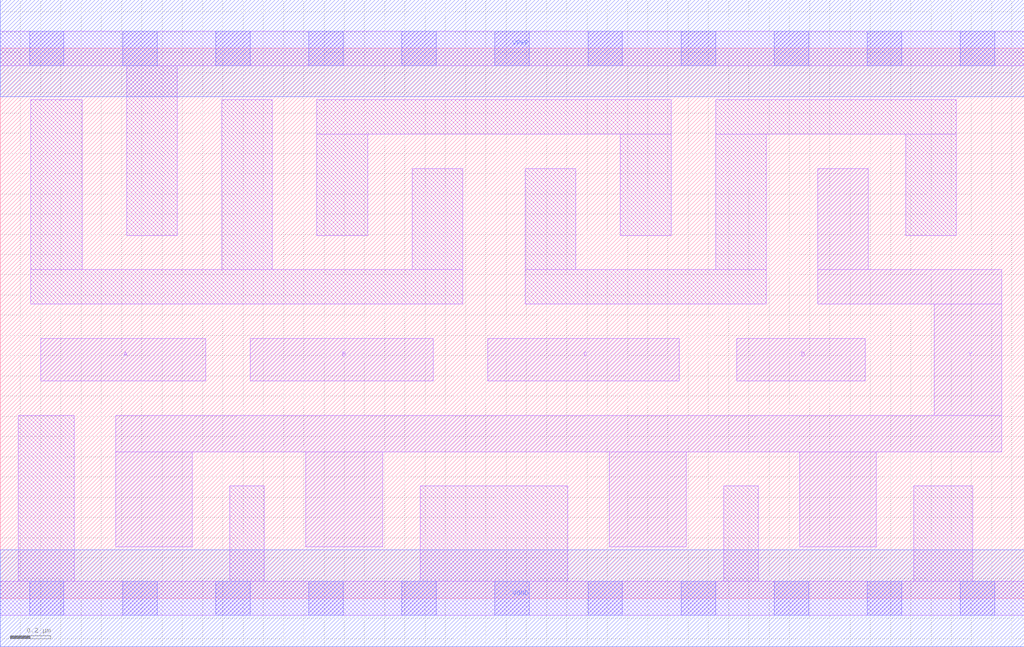
<source format=lef>
# Copyright 2020 The SkyWater PDK Authors
#
# Licensed under the Apache License, Version 2.0 (the "License");
# you may not use this file except in compliance with the License.
# You may obtain a copy of the License at
#
#     https://www.apache.org/licenses/LICENSE-2.0
#
# Unless required by applicable law or agreed to in writing, software
# distributed under the License is distributed on an "AS IS" BASIS,
# WITHOUT WARRANTIES OR CONDITIONS OF ANY KIND, either express or implied.
# See the License for the specific language governing permissions and
# limitations under the License.
#
# SPDX-License-Identifier: Apache-2.0

VERSION 5.7 ;
  NAMESCASESENSITIVE ON ;
  NOWIREEXTENSIONATPIN ON ;
  DIVIDERCHAR "/" ;
  BUSBITCHARS "[]" ;
UNITS
  DATABASE MICRONS 200 ;
END UNITS
PROPERTYDEFINITIONS
  MACRO maskLayoutSubType STRING ;
  MACRO prCellType STRING ;
  MACRO originalViewName STRING ;
END PROPERTYDEFINITIONS
MACRO sky130_fd_sc_hdll__nor4_2
  CLASS CORE ;
  FOREIGN sky130_fd_sc_hdll__nor4_2 ;
  ORIGIN  0.000000  0.000000 ;
  SIZE  5.060000 BY  2.720000 ;
  SYMMETRY X Y R90 ;
  SITE unithd ;
  PIN A
    ANTENNAGATEAREA  0.555000 ;
    DIRECTION INPUT ;
    USE SIGNAL ;
    PORT
      LAYER li1 ;
        RECT 0.200000 1.075000 1.015000 1.285000 ;
    END
  END A
  PIN B
    ANTENNAGATEAREA  0.555000 ;
    DIRECTION INPUT ;
    USE SIGNAL ;
    PORT
      LAYER li1 ;
        RECT 1.235000 1.075000 2.140000 1.285000 ;
    END
  END B
  PIN C
    ANTENNAGATEAREA  0.555000 ;
    DIRECTION INPUT ;
    USE SIGNAL ;
    PORT
      LAYER li1 ;
        RECT 2.410000 1.075000 3.355000 1.285000 ;
    END
  END C
  PIN D
    ANTENNAGATEAREA  0.555000 ;
    DIRECTION INPUT ;
    USE SIGNAL ;
    PORT
      LAYER li1 ;
        RECT 3.640000 1.075000 4.275000 1.285000 ;
    END
  END D
  PIN VGND
    ANTENNADIFFAREA  1.066000 ;
    DIRECTION INOUT ;
    USE SIGNAL ;
    PORT
      LAYER met1 ;
        RECT 0.000000 -0.240000 5.060000 0.240000 ;
    END
  END VGND
  PIN VPWR
    ANTENNADIFFAREA  0.290000 ;
    DIRECTION INOUT ;
    USE SIGNAL ;
    PORT
      LAYER met1 ;
        RECT 0.000000 2.480000 5.060000 2.960000 ;
    END
  END VPWR
  PIN Y
    ANTENNADIFFAREA  1.252000 ;
    DIRECTION OUTPUT ;
    USE SIGNAL ;
    PORT
      LAYER li1 ;
        RECT 0.570000 0.255000 0.950000 0.725000 ;
        RECT 0.570000 0.725000 4.950000 0.905000 ;
        RECT 1.510000 0.255000 1.890000 0.725000 ;
        RECT 3.010000 0.255000 3.390000 0.725000 ;
        RECT 3.950000 0.255000 4.330000 0.725000 ;
        RECT 4.040000 1.455000 4.950000 1.625000 ;
        RECT 4.040000 1.625000 4.290000 2.125000 ;
        RECT 4.615000 0.905000 4.950000 1.455000 ;
    END
  END Y
  OBS
    LAYER li1 ;
      RECT 0.000000 -0.085000 5.060000 0.085000 ;
      RECT 0.000000  2.635000 5.060000 2.805000 ;
      RECT 0.090000  0.085000 0.365000 0.905000 ;
      RECT 0.150000  1.455000 2.285000 1.625000 ;
      RECT 0.150000  1.625000 0.405000 2.465000 ;
      RECT 0.625000  1.795000 0.875000 2.635000 ;
      RECT 1.095000  1.625000 1.345000 2.465000 ;
      RECT 1.135000  0.085000 1.305000 0.555000 ;
      RECT 1.565000  1.795000 1.815000 2.295000 ;
      RECT 1.565000  2.295000 3.315000 2.465000 ;
      RECT 2.035000  1.625000 2.285000 2.125000 ;
      RECT 2.075000  0.085000 2.805000 0.555000 ;
      RECT 2.595000  1.455000 3.785000 1.625000 ;
      RECT 2.595000  1.625000 2.845000 2.125000 ;
      RECT 3.065000  1.795000 3.315000 2.295000 ;
      RECT 3.535000  1.625000 3.785000 2.295000 ;
      RECT 3.535000  2.295000 4.725000 2.465000 ;
      RECT 3.575000  0.085000 3.745000 0.555000 ;
      RECT 4.475000  1.795000 4.725000 2.295000 ;
      RECT 4.515000  0.085000 4.805000 0.555000 ;
    LAYER mcon ;
      RECT 0.145000 -0.085000 0.315000 0.085000 ;
      RECT 0.145000  2.635000 0.315000 2.805000 ;
      RECT 0.605000 -0.085000 0.775000 0.085000 ;
      RECT 0.605000  2.635000 0.775000 2.805000 ;
      RECT 1.065000 -0.085000 1.235000 0.085000 ;
      RECT 1.065000  2.635000 1.235000 2.805000 ;
      RECT 1.525000 -0.085000 1.695000 0.085000 ;
      RECT 1.525000  2.635000 1.695000 2.805000 ;
      RECT 1.985000 -0.085000 2.155000 0.085000 ;
      RECT 1.985000  2.635000 2.155000 2.805000 ;
      RECT 2.445000 -0.085000 2.615000 0.085000 ;
      RECT 2.445000  2.635000 2.615000 2.805000 ;
      RECT 2.905000 -0.085000 3.075000 0.085000 ;
      RECT 2.905000  2.635000 3.075000 2.805000 ;
      RECT 3.365000 -0.085000 3.535000 0.085000 ;
      RECT 3.365000  2.635000 3.535000 2.805000 ;
      RECT 3.825000 -0.085000 3.995000 0.085000 ;
      RECT 3.825000  2.635000 3.995000 2.805000 ;
      RECT 4.285000 -0.085000 4.455000 0.085000 ;
      RECT 4.285000  2.635000 4.455000 2.805000 ;
      RECT 4.745000 -0.085000 4.915000 0.085000 ;
      RECT 4.745000  2.635000 4.915000 2.805000 ;
  END
  PROPERTY maskLayoutSubType "abstract" ;
  PROPERTY prCellType "standard" ;
  PROPERTY originalViewName "layout" ;
END sky130_fd_sc_hdll__nor4_2

</source>
